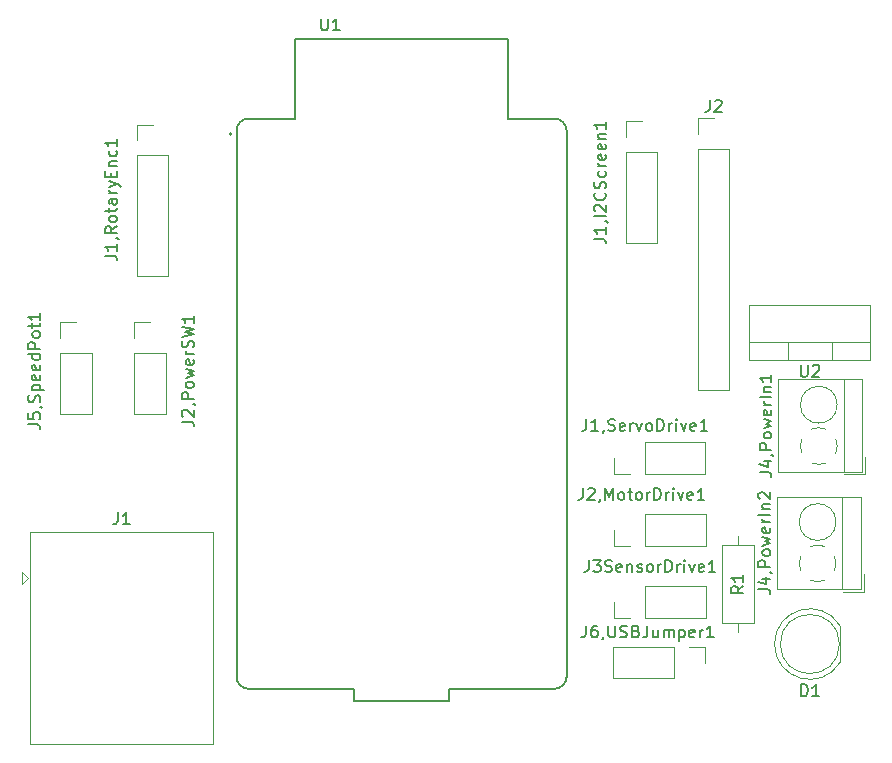
<source format=gbr>
%TF.GenerationSoftware,KiCad,Pcbnew,7.0.9*%
%TF.CreationDate,2024-05-07T23:03:20-04:00*%
%TF.ProjectId,Winder_V1,57696e64-6572-45f5-9631-2e6b69636164,rev?*%
%TF.SameCoordinates,Original*%
%TF.FileFunction,Legend,Top*%
%TF.FilePolarity,Positive*%
%FSLAX46Y46*%
G04 Gerber Fmt 4.6, Leading zero omitted, Abs format (unit mm)*
G04 Created by KiCad (PCBNEW 7.0.9) date 2024-05-07 23:03:20*
%MOMM*%
%LPD*%
G01*
G04 APERTURE LIST*
%ADD10C,0.150000*%
%ADD11C,0.120000*%
%ADD12C,0.127000*%
%ADD13C,0.200000*%
G04 APERTURE END LIST*
D10*
X160474819Y-83478666D02*
X159998628Y-83811999D01*
X160474819Y-84050094D02*
X159474819Y-84050094D01*
X159474819Y-84050094D02*
X159474819Y-83669142D01*
X159474819Y-83669142D02*
X159522438Y-83573904D01*
X159522438Y-83573904D02*
X159570057Y-83526285D01*
X159570057Y-83526285D02*
X159665295Y-83478666D01*
X159665295Y-83478666D02*
X159808152Y-83478666D01*
X159808152Y-83478666D02*
X159903390Y-83526285D01*
X159903390Y-83526285D02*
X159951009Y-83573904D01*
X159951009Y-83573904D02*
X159998628Y-83669142D01*
X159998628Y-83669142D02*
X159998628Y-84050094D01*
X160474819Y-82526285D02*
X160474819Y-83097713D01*
X160474819Y-82811999D02*
X159474819Y-82811999D01*
X159474819Y-82811999D02*
X159617676Y-82907237D01*
X159617676Y-82907237D02*
X159712914Y-83002475D01*
X159712914Y-83002475D02*
X159760533Y-83097713D01*
X147846819Y-54091714D02*
X148561104Y-54091714D01*
X148561104Y-54091714D02*
X148703961Y-54139333D01*
X148703961Y-54139333D02*
X148799200Y-54234571D01*
X148799200Y-54234571D02*
X148846819Y-54377428D01*
X148846819Y-54377428D02*
X148846819Y-54472666D01*
X148846819Y-53091714D02*
X148846819Y-53663142D01*
X148846819Y-53377428D02*
X147846819Y-53377428D01*
X147846819Y-53377428D02*
X147989676Y-53472666D01*
X147989676Y-53472666D02*
X148084914Y-53567904D01*
X148084914Y-53567904D02*
X148132533Y-53663142D01*
X148799200Y-52615523D02*
X148846819Y-52615523D01*
X148846819Y-52615523D02*
X148942057Y-52663142D01*
X148942057Y-52663142D02*
X148989676Y-52710761D01*
X148846819Y-52186952D02*
X147846819Y-52186952D01*
X147942057Y-51758381D02*
X147894438Y-51710762D01*
X147894438Y-51710762D02*
X147846819Y-51615524D01*
X147846819Y-51615524D02*
X147846819Y-51377429D01*
X147846819Y-51377429D02*
X147894438Y-51282191D01*
X147894438Y-51282191D02*
X147942057Y-51234572D01*
X147942057Y-51234572D02*
X148037295Y-51186953D01*
X148037295Y-51186953D02*
X148132533Y-51186953D01*
X148132533Y-51186953D02*
X148275390Y-51234572D01*
X148275390Y-51234572D02*
X148846819Y-51806000D01*
X148846819Y-51806000D02*
X148846819Y-51186953D01*
X148751580Y-50186953D02*
X148799200Y-50234572D01*
X148799200Y-50234572D02*
X148846819Y-50377429D01*
X148846819Y-50377429D02*
X148846819Y-50472667D01*
X148846819Y-50472667D02*
X148799200Y-50615524D01*
X148799200Y-50615524D02*
X148703961Y-50710762D01*
X148703961Y-50710762D02*
X148608723Y-50758381D01*
X148608723Y-50758381D02*
X148418247Y-50806000D01*
X148418247Y-50806000D02*
X148275390Y-50806000D01*
X148275390Y-50806000D02*
X148084914Y-50758381D01*
X148084914Y-50758381D02*
X147989676Y-50710762D01*
X147989676Y-50710762D02*
X147894438Y-50615524D01*
X147894438Y-50615524D02*
X147846819Y-50472667D01*
X147846819Y-50472667D02*
X147846819Y-50377429D01*
X147846819Y-50377429D02*
X147894438Y-50234572D01*
X147894438Y-50234572D02*
X147942057Y-50186953D01*
X148799200Y-49806000D02*
X148846819Y-49663143D01*
X148846819Y-49663143D02*
X148846819Y-49425048D01*
X148846819Y-49425048D02*
X148799200Y-49329810D01*
X148799200Y-49329810D02*
X148751580Y-49282191D01*
X148751580Y-49282191D02*
X148656342Y-49234572D01*
X148656342Y-49234572D02*
X148561104Y-49234572D01*
X148561104Y-49234572D02*
X148465866Y-49282191D01*
X148465866Y-49282191D02*
X148418247Y-49329810D01*
X148418247Y-49329810D02*
X148370628Y-49425048D01*
X148370628Y-49425048D02*
X148323009Y-49615524D01*
X148323009Y-49615524D02*
X148275390Y-49710762D01*
X148275390Y-49710762D02*
X148227771Y-49758381D01*
X148227771Y-49758381D02*
X148132533Y-49806000D01*
X148132533Y-49806000D02*
X148037295Y-49806000D01*
X148037295Y-49806000D02*
X147942057Y-49758381D01*
X147942057Y-49758381D02*
X147894438Y-49710762D01*
X147894438Y-49710762D02*
X147846819Y-49615524D01*
X147846819Y-49615524D02*
X147846819Y-49377429D01*
X147846819Y-49377429D02*
X147894438Y-49234572D01*
X148799200Y-48377429D02*
X148846819Y-48472667D01*
X148846819Y-48472667D02*
X148846819Y-48663143D01*
X148846819Y-48663143D02*
X148799200Y-48758381D01*
X148799200Y-48758381D02*
X148751580Y-48806000D01*
X148751580Y-48806000D02*
X148656342Y-48853619D01*
X148656342Y-48853619D02*
X148370628Y-48853619D01*
X148370628Y-48853619D02*
X148275390Y-48806000D01*
X148275390Y-48806000D02*
X148227771Y-48758381D01*
X148227771Y-48758381D02*
X148180152Y-48663143D01*
X148180152Y-48663143D02*
X148180152Y-48472667D01*
X148180152Y-48472667D02*
X148227771Y-48377429D01*
X148846819Y-47948857D02*
X148180152Y-47948857D01*
X148370628Y-47948857D02*
X148275390Y-47901238D01*
X148275390Y-47901238D02*
X148227771Y-47853619D01*
X148227771Y-47853619D02*
X148180152Y-47758381D01*
X148180152Y-47758381D02*
X148180152Y-47663143D01*
X148799200Y-46948857D02*
X148846819Y-47044095D01*
X148846819Y-47044095D02*
X148846819Y-47234571D01*
X148846819Y-47234571D02*
X148799200Y-47329809D01*
X148799200Y-47329809D02*
X148703961Y-47377428D01*
X148703961Y-47377428D02*
X148323009Y-47377428D01*
X148323009Y-47377428D02*
X148227771Y-47329809D01*
X148227771Y-47329809D02*
X148180152Y-47234571D01*
X148180152Y-47234571D02*
X148180152Y-47044095D01*
X148180152Y-47044095D02*
X148227771Y-46948857D01*
X148227771Y-46948857D02*
X148323009Y-46901238D01*
X148323009Y-46901238D02*
X148418247Y-46901238D01*
X148418247Y-46901238D02*
X148513485Y-47377428D01*
X148799200Y-46091714D02*
X148846819Y-46186952D01*
X148846819Y-46186952D02*
X148846819Y-46377428D01*
X148846819Y-46377428D02*
X148799200Y-46472666D01*
X148799200Y-46472666D02*
X148703961Y-46520285D01*
X148703961Y-46520285D02*
X148323009Y-46520285D01*
X148323009Y-46520285D02*
X148227771Y-46472666D01*
X148227771Y-46472666D02*
X148180152Y-46377428D01*
X148180152Y-46377428D02*
X148180152Y-46186952D01*
X148180152Y-46186952D02*
X148227771Y-46091714D01*
X148227771Y-46091714D02*
X148323009Y-46044095D01*
X148323009Y-46044095D02*
X148418247Y-46044095D01*
X148418247Y-46044095D02*
X148513485Y-46520285D01*
X148180152Y-45615523D02*
X148846819Y-45615523D01*
X148275390Y-45615523D02*
X148227771Y-45567904D01*
X148227771Y-45567904D02*
X148180152Y-45472666D01*
X148180152Y-45472666D02*
X148180152Y-45329809D01*
X148180152Y-45329809D02*
X148227771Y-45234571D01*
X148227771Y-45234571D02*
X148323009Y-45186952D01*
X148323009Y-45186952D02*
X148846819Y-45186952D01*
X148846819Y-44186952D02*
X148846819Y-44758380D01*
X148846819Y-44472666D02*
X147846819Y-44472666D01*
X147846819Y-44472666D02*
X147989676Y-44567904D01*
X147989676Y-44567904D02*
X148084914Y-44663142D01*
X148084914Y-44663142D02*
X148132533Y-44758380D01*
X147161904Y-86830819D02*
X147161904Y-87545104D01*
X147161904Y-87545104D02*
X147114285Y-87687961D01*
X147114285Y-87687961D02*
X147019047Y-87783200D01*
X147019047Y-87783200D02*
X146876190Y-87830819D01*
X146876190Y-87830819D02*
X146780952Y-87830819D01*
X148066666Y-86830819D02*
X147876190Y-86830819D01*
X147876190Y-86830819D02*
X147780952Y-86878438D01*
X147780952Y-86878438D02*
X147733333Y-86926057D01*
X147733333Y-86926057D02*
X147638095Y-87068914D01*
X147638095Y-87068914D02*
X147590476Y-87259390D01*
X147590476Y-87259390D02*
X147590476Y-87640342D01*
X147590476Y-87640342D02*
X147638095Y-87735580D01*
X147638095Y-87735580D02*
X147685714Y-87783200D01*
X147685714Y-87783200D02*
X147780952Y-87830819D01*
X147780952Y-87830819D02*
X147971428Y-87830819D01*
X147971428Y-87830819D02*
X148066666Y-87783200D01*
X148066666Y-87783200D02*
X148114285Y-87735580D01*
X148114285Y-87735580D02*
X148161904Y-87640342D01*
X148161904Y-87640342D02*
X148161904Y-87402247D01*
X148161904Y-87402247D02*
X148114285Y-87307009D01*
X148114285Y-87307009D02*
X148066666Y-87259390D01*
X148066666Y-87259390D02*
X147971428Y-87211771D01*
X147971428Y-87211771D02*
X147780952Y-87211771D01*
X147780952Y-87211771D02*
X147685714Y-87259390D01*
X147685714Y-87259390D02*
X147638095Y-87307009D01*
X147638095Y-87307009D02*
X147590476Y-87402247D01*
X148638095Y-87783200D02*
X148638095Y-87830819D01*
X148638095Y-87830819D02*
X148590476Y-87926057D01*
X148590476Y-87926057D02*
X148542857Y-87973676D01*
X149066666Y-86830819D02*
X149066666Y-87640342D01*
X149066666Y-87640342D02*
X149114285Y-87735580D01*
X149114285Y-87735580D02*
X149161904Y-87783200D01*
X149161904Y-87783200D02*
X149257142Y-87830819D01*
X149257142Y-87830819D02*
X149447618Y-87830819D01*
X149447618Y-87830819D02*
X149542856Y-87783200D01*
X149542856Y-87783200D02*
X149590475Y-87735580D01*
X149590475Y-87735580D02*
X149638094Y-87640342D01*
X149638094Y-87640342D02*
X149638094Y-86830819D01*
X150066666Y-87783200D02*
X150209523Y-87830819D01*
X150209523Y-87830819D02*
X150447618Y-87830819D01*
X150447618Y-87830819D02*
X150542856Y-87783200D01*
X150542856Y-87783200D02*
X150590475Y-87735580D01*
X150590475Y-87735580D02*
X150638094Y-87640342D01*
X150638094Y-87640342D02*
X150638094Y-87545104D01*
X150638094Y-87545104D02*
X150590475Y-87449866D01*
X150590475Y-87449866D02*
X150542856Y-87402247D01*
X150542856Y-87402247D02*
X150447618Y-87354628D01*
X150447618Y-87354628D02*
X150257142Y-87307009D01*
X150257142Y-87307009D02*
X150161904Y-87259390D01*
X150161904Y-87259390D02*
X150114285Y-87211771D01*
X150114285Y-87211771D02*
X150066666Y-87116533D01*
X150066666Y-87116533D02*
X150066666Y-87021295D01*
X150066666Y-87021295D02*
X150114285Y-86926057D01*
X150114285Y-86926057D02*
X150161904Y-86878438D01*
X150161904Y-86878438D02*
X150257142Y-86830819D01*
X150257142Y-86830819D02*
X150495237Y-86830819D01*
X150495237Y-86830819D02*
X150638094Y-86878438D01*
X151399999Y-87307009D02*
X151542856Y-87354628D01*
X151542856Y-87354628D02*
X151590475Y-87402247D01*
X151590475Y-87402247D02*
X151638094Y-87497485D01*
X151638094Y-87497485D02*
X151638094Y-87640342D01*
X151638094Y-87640342D02*
X151590475Y-87735580D01*
X151590475Y-87735580D02*
X151542856Y-87783200D01*
X151542856Y-87783200D02*
X151447618Y-87830819D01*
X151447618Y-87830819D02*
X151066666Y-87830819D01*
X151066666Y-87830819D02*
X151066666Y-86830819D01*
X151066666Y-86830819D02*
X151399999Y-86830819D01*
X151399999Y-86830819D02*
X151495237Y-86878438D01*
X151495237Y-86878438D02*
X151542856Y-86926057D01*
X151542856Y-86926057D02*
X151590475Y-87021295D01*
X151590475Y-87021295D02*
X151590475Y-87116533D01*
X151590475Y-87116533D02*
X151542856Y-87211771D01*
X151542856Y-87211771D02*
X151495237Y-87259390D01*
X151495237Y-87259390D02*
X151399999Y-87307009D01*
X151399999Y-87307009D02*
X151066666Y-87307009D01*
X152352380Y-86830819D02*
X152352380Y-87545104D01*
X152352380Y-87545104D02*
X152304761Y-87687961D01*
X152304761Y-87687961D02*
X152209523Y-87783200D01*
X152209523Y-87783200D02*
X152066666Y-87830819D01*
X152066666Y-87830819D02*
X151971428Y-87830819D01*
X153257142Y-87164152D02*
X153257142Y-87830819D01*
X152828571Y-87164152D02*
X152828571Y-87687961D01*
X152828571Y-87687961D02*
X152876190Y-87783200D01*
X152876190Y-87783200D02*
X152971428Y-87830819D01*
X152971428Y-87830819D02*
X153114285Y-87830819D01*
X153114285Y-87830819D02*
X153209523Y-87783200D01*
X153209523Y-87783200D02*
X153257142Y-87735580D01*
X153733333Y-87830819D02*
X153733333Y-87164152D01*
X153733333Y-87259390D02*
X153780952Y-87211771D01*
X153780952Y-87211771D02*
X153876190Y-87164152D01*
X153876190Y-87164152D02*
X154019047Y-87164152D01*
X154019047Y-87164152D02*
X154114285Y-87211771D01*
X154114285Y-87211771D02*
X154161904Y-87307009D01*
X154161904Y-87307009D02*
X154161904Y-87830819D01*
X154161904Y-87307009D02*
X154209523Y-87211771D01*
X154209523Y-87211771D02*
X154304761Y-87164152D01*
X154304761Y-87164152D02*
X154447618Y-87164152D01*
X154447618Y-87164152D02*
X154542857Y-87211771D01*
X154542857Y-87211771D02*
X154590476Y-87307009D01*
X154590476Y-87307009D02*
X154590476Y-87830819D01*
X155066666Y-87164152D02*
X155066666Y-88164152D01*
X155066666Y-87211771D02*
X155161904Y-87164152D01*
X155161904Y-87164152D02*
X155352380Y-87164152D01*
X155352380Y-87164152D02*
X155447618Y-87211771D01*
X155447618Y-87211771D02*
X155495237Y-87259390D01*
X155495237Y-87259390D02*
X155542856Y-87354628D01*
X155542856Y-87354628D02*
X155542856Y-87640342D01*
X155542856Y-87640342D02*
X155495237Y-87735580D01*
X155495237Y-87735580D02*
X155447618Y-87783200D01*
X155447618Y-87783200D02*
X155352380Y-87830819D01*
X155352380Y-87830819D02*
X155161904Y-87830819D01*
X155161904Y-87830819D02*
X155066666Y-87783200D01*
X156352380Y-87783200D02*
X156257142Y-87830819D01*
X156257142Y-87830819D02*
X156066666Y-87830819D01*
X156066666Y-87830819D02*
X155971428Y-87783200D01*
X155971428Y-87783200D02*
X155923809Y-87687961D01*
X155923809Y-87687961D02*
X155923809Y-87307009D01*
X155923809Y-87307009D02*
X155971428Y-87211771D01*
X155971428Y-87211771D02*
X156066666Y-87164152D01*
X156066666Y-87164152D02*
X156257142Y-87164152D01*
X156257142Y-87164152D02*
X156352380Y-87211771D01*
X156352380Y-87211771D02*
X156399999Y-87307009D01*
X156399999Y-87307009D02*
X156399999Y-87402247D01*
X156399999Y-87402247D02*
X155923809Y-87497485D01*
X156828571Y-87830819D02*
X156828571Y-87164152D01*
X156828571Y-87354628D02*
X156876190Y-87259390D01*
X156876190Y-87259390D02*
X156923809Y-87211771D01*
X156923809Y-87211771D02*
X157019047Y-87164152D01*
X157019047Y-87164152D02*
X157114285Y-87164152D01*
X157971428Y-87830819D02*
X157400000Y-87830819D01*
X157685714Y-87830819D02*
X157685714Y-86830819D01*
X157685714Y-86830819D02*
X157590476Y-86973676D01*
X157590476Y-86973676D02*
X157495238Y-87068914D01*
X157495238Y-87068914D02*
X157400000Y-87116533D01*
X165354095Y-64755819D02*
X165354095Y-65565342D01*
X165354095Y-65565342D02*
X165401714Y-65660580D01*
X165401714Y-65660580D02*
X165449333Y-65708200D01*
X165449333Y-65708200D02*
X165544571Y-65755819D01*
X165544571Y-65755819D02*
X165735047Y-65755819D01*
X165735047Y-65755819D02*
X165830285Y-65708200D01*
X165830285Y-65708200D02*
X165877904Y-65660580D01*
X165877904Y-65660580D02*
X165925523Y-65565342D01*
X165925523Y-65565342D02*
X165925523Y-64755819D01*
X166354095Y-64851057D02*
X166401714Y-64803438D01*
X166401714Y-64803438D02*
X166496952Y-64755819D01*
X166496952Y-64755819D02*
X166735047Y-64755819D01*
X166735047Y-64755819D02*
X166830285Y-64803438D01*
X166830285Y-64803438D02*
X166877904Y-64851057D01*
X166877904Y-64851057D02*
X166925523Y-64946295D01*
X166925523Y-64946295D02*
X166925523Y-65041533D01*
X166925523Y-65041533D02*
X166877904Y-65184390D01*
X166877904Y-65184390D02*
X166306476Y-65755819D01*
X166306476Y-65755819D02*
X166925523Y-65755819D01*
X124755595Y-35432319D02*
X124755595Y-36241842D01*
X124755595Y-36241842D02*
X124803214Y-36337080D01*
X124803214Y-36337080D02*
X124850833Y-36384700D01*
X124850833Y-36384700D02*
X124946071Y-36432319D01*
X124946071Y-36432319D02*
X125136547Y-36432319D01*
X125136547Y-36432319D02*
X125231785Y-36384700D01*
X125231785Y-36384700D02*
X125279404Y-36337080D01*
X125279404Y-36337080D02*
X125327023Y-36241842D01*
X125327023Y-36241842D02*
X125327023Y-35432319D01*
X126327023Y-36432319D02*
X125755595Y-36432319D01*
X126041309Y-36432319D02*
X126041309Y-35432319D01*
X126041309Y-35432319D02*
X125946071Y-35575176D01*
X125946071Y-35575176D02*
X125850833Y-35670414D01*
X125850833Y-35670414D02*
X125755595Y-35718033D01*
X165382905Y-92806819D02*
X165382905Y-91806819D01*
X165382905Y-91806819D02*
X165621000Y-91806819D01*
X165621000Y-91806819D02*
X165763857Y-91854438D01*
X165763857Y-91854438D02*
X165859095Y-91949676D01*
X165859095Y-91949676D02*
X165906714Y-92044914D01*
X165906714Y-92044914D02*
X165954333Y-92235390D01*
X165954333Y-92235390D02*
X165954333Y-92378247D01*
X165954333Y-92378247D02*
X165906714Y-92568723D01*
X165906714Y-92568723D02*
X165859095Y-92663961D01*
X165859095Y-92663961D02*
X165763857Y-92759200D01*
X165763857Y-92759200D02*
X165621000Y-92806819D01*
X165621000Y-92806819D02*
X165382905Y-92806819D01*
X166906714Y-92806819D02*
X166335286Y-92806819D01*
X166621000Y-92806819D02*
X166621000Y-91806819D01*
X166621000Y-91806819D02*
X166525762Y-91949676D01*
X166525762Y-91949676D02*
X166430524Y-92044914D01*
X166430524Y-92044914D02*
X166335286Y-92092533D01*
X157654666Y-42336819D02*
X157654666Y-43051104D01*
X157654666Y-43051104D02*
X157607047Y-43193961D01*
X157607047Y-43193961D02*
X157511809Y-43289200D01*
X157511809Y-43289200D02*
X157368952Y-43336819D01*
X157368952Y-43336819D02*
X157273714Y-43336819D01*
X158083238Y-42432057D02*
X158130857Y-42384438D01*
X158130857Y-42384438D02*
X158226095Y-42336819D01*
X158226095Y-42336819D02*
X158464190Y-42336819D01*
X158464190Y-42336819D02*
X158559428Y-42384438D01*
X158559428Y-42384438D02*
X158607047Y-42432057D01*
X158607047Y-42432057D02*
X158654666Y-42527295D01*
X158654666Y-42527295D02*
X158654666Y-42622533D01*
X158654666Y-42622533D02*
X158607047Y-42765390D01*
X158607047Y-42765390D02*
X158035619Y-43336819D01*
X158035619Y-43336819D02*
X158654666Y-43336819D01*
X107525166Y-77238819D02*
X107525166Y-77953104D01*
X107525166Y-77953104D02*
X107477547Y-78095961D01*
X107477547Y-78095961D02*
X107382309Y-78191200D01*
X107382309Y-78191200D02*
X107239452Y-78238819D01*
X107239452Y-78238819D02*
X107144214Y-78238819D01*
X108525166Y-78238819D02*
X107953738Y-78238819D01*
X108239452Y-78238819D02*
X108239452Y-77238819D01*
X108239452Y-77238819D02*
X108144214Y-77381676D01*
X108144214Y-77381676D02*
X108048976Y-77476914D01*
X108048976Y-77476914D02*
X107953738Y-77524533D01*
X161772819Y-83764380D02*
X162487104Y-83764380D01*
X162487104Y-83764380D02*
X162629961Y-83811999D01*
X162629961Y-83811999D02*
X162725200Y-83907237D01*
X162725200Y-83907237D02*
X162772819Y-84050094D01*
X162772819Y-84050094D02*
X162772819Y-84145332D01*
X162106152Y-82859618D02*
X162772819Y-82859618D01*
X161725200Y-83097713D02*
X162439485Y-83335808D01*
X162439485Y-83335808D02*
X162439485Y-82716761D01*
X162725200Y-82288189D02*
X162772819Y-82288189D01*
X162772819Y-82288189D02*
X162868057Y-82335808D01*
X162868057Y-82335808D02*
X162915676Y-82383427D01*
X162772819Y-81859618D02*
X161772819Y-81859618D01*
X161772819Y-81859618D02*
X161772819Y-81478666D01*
X161772819Y-81478666D02*
X161820438Y-81383428D01*
X161820438Y-81383428D02*
X161868057Y-81335809D01*
X161868057Y-81335809D02*
X161963295Y-81288190D01*
X161963295Y-81288190D02*
X162106152Y-81288190D01*
X162106152Y-81288190D02*
X162201390Y-81335809D01*
X162201390Y-81335809D02*
X162249009Y-81383428D01*
X162249009Y-81383428D02*
X162296628Y-81478666D01*
X162296628Y-81478666D02*
X162296628Y-81859618D01*
X162772819Y-80716761D02*
X162725200Y-80811999D01*
X162725200Y-80811999D02*
X162677580Y-80859618D01*
X162677580Y-80859618D02*
X162582342Y-80907237D01*
X162582342Y-80907237D02*
X162296628Y-80907237D01*
X162296628Y-80907237D02*
X162201390Y-80859618D01*
X162201390Y-80859618D02*
X162153771Y-80811999D01*
X162153771Y-80811999D02*
X162106152Y-80716761D01*
X162106152Y-80716761D02*
X162106152Y-80573904D01*
X162106152Y-80573904D02*
X162153771Y-80478666D01*
X162153771Y-80478666D02*
X162201390Y-80431047D01*
X162201390Y-80431047D02*
X162296628Y-80383428D01*
X162296628Y-80383428D02*
X162582342Y-80383428D01*
X162582342Y-80383428D02*
X162677580Y-80431047D01*
X162677580Y-80431047D02*
X162725200Y-80478666D01*
X162725200Y-80478666D02*
X162772819Y-80573904D01*
X162772819Y-80573904D02*
X162772819Y-80716761D01*
X162106152Y-80050094D02*
X162772819Y-79859618D01*
X162772819Y-79859618D02*
X162296628Y-79669142D01*
X162296628Y-79669142D02*
X162772819Y-79478666D01*
X162772819Y-79478666D02*
X162106152Y-79288190D01*
X162725200Y-78526285D02*
X162772819Y-78621523D01*
X162772819Y-78621523D02*
X162772819Y-78811999D01*
X162772819Y-78811999D02*
X162725200Y-78907237D01*
X162725200Y-78907237D02*
X162629961Y-78954856D01*
X162629961Y-78954856D02*
X162249009Y-78954856D01*
X162249009Y-78954856D02*
X162153771Y-78907237D01*
X162153771Y-78907237D02*
X162106152Y-78811999D01*
X162106152Y-78811999D02*
X162106152Y-78621523D01*
X162106152Y-78621523D02*
X162153771Y-78526285D01*
X162153771Y-78526285D02*
X162249009Y-78478666D01*
X162249009Y-78478666D02*
X162344247Y-78478666D01*
X162344247Y-78478666D02*
X162439485Y-78954856D01*
X162772819Y-78050094D02*
X162106152Y-78050094D01*
X162296628Y-78050094D02*
X162201390Y-78002475D01*
X162201390Y-78002475D02*
X162153771Y-77954856D01*
X162153771Y-77954856D02*
X162106152Y-77859618D01*
X162106152Y-77859618D02*
X162106152Y-77764380D01*
X162772819Y-77431046D02*
X161772819Y-77431046D01*
X162106152Y-76954856D02*
X162772819Y-76954856D01*
X162201390Y-76954856D02*
X162153771Y-76907237D01*
X162153771Y-76907237D02*
X162106152Y-76811999D01*
X162106152Y-76811999D02*
X162106152Y-76669142D01*
X162106152Y-76669142D02*
X162153771Y-76573904D01*
X162153771Y-76573904D02*
X162249009Y-76526285D01*
X162249009Y-76526285D02*
X162772819Y-76526285D01*
X161868057Y-76097713D02*
X161820438Y-76050094D01*
X161820438Y-76050094D02*
X161772819Y-75954856D01*
X161772819Y-75954856D02*
X161772819Y-75716761D01*
X161772819Y-75716761D02*
X161820438Y-75621523D01*
X161820438Y-75621523D02*
X161868057Y-75573904D01*
X161868057Y-75573904D02*
X161963295Y-75526285D01*
X161963295Y-75526285D02*
X162058533Y-75526285D01*
X162058533Y-75526285D02*
X162201390Y-75573904D01*
X162201390Y-75573904D02*
X162772819Y-76145332D01*
X162772819Y-76145332D02*
X162772819Y-75526285D01*
X99954819Y-69773809D02*
X100669104Y-69773809D01*
X100669104Y-69773809D02*
X100811961Y-69821428D01*
X100811961Y-69821428D02*
X100907200Y-69916666D01*
X100907200Y-69916666D02*
X100954819Y-70059523D01*
X100954819Y-70059523D02*
X100954819Y-70154761D01*
X99954819Y-68821428D02*
X99954819Y-69297618D01*
X99954819Y-69297618D02*
X100431009Y-69345237D01*
X100431009Y-69345237D02*
X100383390Y-69297618D01*
X100383390Y-69297618D02*
X100335771Y-69202380D01*
X100335771Y-69202380D02*
X100335771Y-68964285D01*
X100335771Y-68964285D02*
X100383390Y-68869047D01*
X100383390Y-68869047D02*
X100431009Y-68821428D01*
X100431009Y-68821428D02*
X100526247Y-68773809D01*
X100526247Y-68773809D02*
X100764342Y-68773809D01*
X100764342Y-68773809D02*
X100859580Y-68821428D01*
X100859580Y-68821428D02*
X100907200Y-68869047D01*
X100907200Y-68869047D02*
X100954819Y-68964285D01*
X100954819Y-68964285D02*
X100954819Y-69202380D01*
X100954819Y-69202380D02*
X100907200Y-69297618D01*
X100907200Y-69297618D02*
X100859580Y-69345237D01*
X100907200Y-68297618D02*
X100954819Y-68297618D01*
X100954819Y-68297618D02*
X101050057Y-68345237D01*
X101050057Y-68345237D02*
X101097676Y-68392856D01*
X100907200Y-67916666D02*
X100954819Y-67773809D01*
X100954819Y-67773809D02*
X100954819Y-67535714D01*
X100954819Y-67535714D02*
X100907200Y-67440476D01*
X100907200Y-67440476D02*
X100859580Y-67392857D01*
X100859580Y-67392857D02*
X100764342Y-67345238D01*
X100764342Y-67345238D02*
X100669104Y-67345238D01*
X100669104Y-67345238D02*
X100573866Y-67392857D01*
X100573866Y-67392857D02*
X100526247Y-67440476D01*
X100526247Y-67440476D02*
X100478628Y-67535714D01*
X100478628Y-67535714D02*
X100431009Y-67726190D01*
X100431009Y-67726190D02*
X100383390Y-67821428D01*
X100383390Y-67821428D02*
X100335771Y-67869047D01*
X100335771Y-67869047D02*
X100240533Y-67916666D01*
X100240533Y-67916666D02*
X100145295Y-67916666D01*
X100145295Y-67916666D02*
X100050057Y-67869047D01*
X100050057Y-67869047D02*
X100002438Y-67821428D01*
X100002438Y-67821428D02*
X99954819Y-67726190D01*
X99954819Y-67726190D02*
X99954819Y-67488095D01*
X99954819Y-67488095D02*
X100002438Y-67345238D01*
X100288152Y-66916666D02*
X101288152Y-66916666D01*
X100335771Y-66916666D02*
X100288152Y-66821428D01*
X100288152Y-66821428D02*
X100288152Y-66630952D01*
X100288152Y-66630952D02*
X100335771Y-66535714D01*
X100335771Y-66535714D02*
X100383390Y-66488095D01*
X100383390Y-66488095D02*
X100478628Y-66440476D01*
X100478628Y-66440476D02*
X100764342Y-66440476D01*
X100764342Y-66440476D02*
X100859580Y-66488095D01*
X100859580Y-66488095D02*
X100907200Y-66535714D01*
X100907200Y-66535714D02*
X100954819Y-66630952D01*
X100954819Y-66630952D02*
X100954819Y-66821428D01*
X100954819Y-66821428D02*
X100907200Y-66916666D01*
X100907200Y-65630952D02*
X100954819Y-65726190D01*
X100954819Y-65726190D02*
X100954819Y-65916666D01*
X100954819Y-65916666D02*
X100907200Y-66011904D01*
X100907200Y-66011904D02*
X100811961Y-66059523D01*
X100811961Y-66059523D02*
X100431009Y-66059523D01*
X100431009Y-66059523D02*
X100335771Y-66011904D01*
X100335771Y-66011904D02*
X100288152Y-65916666D01*
X100288152Y-65916666D02*
X100288152Y-65726190D01*
X100288152Y-65726190D02*
X100335771Y-65630952D01*
X100335771Y-65630952D02*
X100431009Y-65583333D01*
X100431009Y-65583333D02*
X100526247Y-65583333D01*
X100526247Y-65583333D02*
X100621485Y-66059523D01*
X100907200Y-64773809D02*
X100954819Y-64869047D01*
X100954819Y-64869047D02*
X100954819Y-65059523D01*
X100954819Y-65059523D02*
X100907200Y-65154761D01*
X100907200Y-65154761D02*
X100811961Y-65202380D01*
X100811961Y-65202380D02*
X100431009Y-65202380D01*
X100431009Y-65202380D02*
X100335771Y-65154761D01*
X100335771Y-65154761D02*
X100288152Y-65059523D01*
X100288152Y-65059523D02*
X100288152Y-64869047D01*
X100288152Y-64869047D02*
X100335771Y-64773809D01*
X100335771Y-64773809D02*
X100431009Y-64726190D01*
X100431009Y-64726190D02*
X100526247Y-64726190D01*
X100526247Y-64726190D02*
X100621485Y-65202380D01*
X100954819Y-63869047D02*
X99954819Y-63869047D01*
X100907200Y-63869047D02*
X100954819Y-63964285D01*
X100954819Y-63964285D02*
X100954819Y-64154761D01*
X100954819Y-64154761D02*
X100907200Y-64249999D01*
X100907200Y-64249999D02*
X100859580Y-64297618D01*
X100859580Y-64297618D02*
X100764342Y-64345237D01*
X100764342Y-64345237D02*
X100478628Y-64345237D01*
X100478628Y-64345237D02*
X100383390Y-64297618D01*
X100383390Y-64297618D02*
X100335771Y-64249999D01*
X100335771Y-64249999D02*
X100288152Y-64154761D01*
X100288152Y-64154761D02*
X100288152Y-63964285D01*
X100288152Y-63964285D02*
X100335771Y-63869047D01*
X100954819Y-63392856D02*
X99954819Y-63392856D01*
X99954819Y-63392856D02*
X99954819Y-63011904D01*
X99954819Y-63011904D02*
X100002438Y-62916666D01*
X100002438Y-62916666D02*
X100050057Y-62869047D01*
X100050057Y-62869047D02*
X100145295Y-62821428D01*
X100145295Y-62821428D02*
X100288152Y-62821428D01*
X100288152Y-62821428D02*
X100383390Y-62869047D01*
X100383390Y-62869047D02*
X100431009Y-62916666D01*
X100431009Y-62916666D02*
X100478628Y-63011904D01*
X100478628Y-63011904D02*
X100478628Y-63392856D01*
X100954819Y-62249999D02*
X100907200Y-62345237D01*
X100907200Y-62345237D02*
X100859580Y-62392856D01*
X100859580Y-62392856D02*
X100764342Y-62440475D01*
X100764342Y-62440475D02*
X100478628Y-62440475D01*
X100478628Y-62440475D02*
X100383390Y-62392856D01*
X100383390Y-62392856D02*
X100335771Y-62345237D01*
X100335771Y-62345237D02*
X100288152Y-62249999D01*
X100288152Y-62249999D02*
X100288152Y-62107142D01*
X100288152Y-62107142D02*
X100335771Y-62011904D01*
X100335771Y-62011904D02*
X100383390Y-61964285D01*
X100383390Y-61964285D02*
X100478628Y-61916666D01*
X100478628Y-61916666D02*
X100764342Y-61916666D01*
X100764342Y-61916666D02*
X100859580Y-61964285D01*
X100859580Y-61964285D02*
X100907200Y-62011904D01*
X100907200Y-62011904D02*
X100954819Y-62107142D01*
X100954819Y-62107142D02*
X100954819Y-62249999D01*
X100288152Y-61630951D02*
X100288152Y-61249999D01*
X99954819Y-61488094D02*
X100811961Y-61488094D01*
X100811961Y-61488094D02*
X100907200Y-61440475D01*
X100907200Y-61440475D02*
X100954819Y-61345237D01*
X100954819Y-61345237D02*
X100954819Y-61249999D01*
X100954819Y-60392856D02*
X100954819Y-60964284D01*
X100954819Y-60678570D02*
X99954819Y-60678570D01*
X99954819Y-60678570D02*
X100097676Y-60773808D01*
X100097676Y-60773808D02*
X100192914Y-60869046D01*
X100192914Y-60869046D02*
X100240533Y-60964284D01*
X161872819Y-73830380D02*
X162587104Y-73830380D01*
X162587104Y-73830380D02*
X162729961Y-73877999D01*
X162729961Y-73877999D02*
X162825200Y-73973237D01*
X162825200Y-73973237D02*
X162872819Y-74116094D01*
X162872819Y-74116094D02*
X162872819Y-74211332D01*
X162206152Y-72925618D02*
X162872819Y-72925618D01*
X161825200Y-73163713D02*
X162539485Y-73401808D01*
X162539485Y-73401808D02*
X162539485Y-72782761D01*
X162825200Y-72354189D02*
X162872819Y-72354189D01*
X162872819Y-72354189D02*
X162968057Y-72401808D01*
X162968057Y-72401808D02*
X163015676Y-72449427D01*
X162872819Y-71925618D02*
X161872819Y-71925618D01*
X161872819Y-71925618D02*
X161872819Y-71544666D01*
X161872819Y-71544666D02*
X161920438Y-71449428D01*
X161920438Y-71449428D02*
X161968057Y-71401809D01*
X161968057Y-71401809D02*
X162063295Y-71354190D01*
X162063295Y-71354190D02*
X162206152Y-71354190D01*
X162206152Y-71354190D02*
X162301390Y-71401809D01*
X162301390Y-71401809D02*
X162349009Y-71449428D01*
X162349009Y-71449428D02*
X162396628Y-71544666D01*
X162396628Y-71544666D02*
X162396628Y-71925618D01*
X162872819Y-70782761D02*
X162825200Y-70877999D01*
X162825200Y-70877999D02*
X162777580Y-70925618D01*
X162777580Y-70925618D02*
X162682342Y-70973237D01*
X162682342Y-70973237D02*
X162396628Y-70973237D01*
X162396628Y-70973237D02*
X162301390Y-70925618D01*
X162301390Y-70925618D02*
X162253771Y-70877999D01*
X162253771Y-70877999D02*
X162206152Y-70782761D01*
X162206152Y-70782761D02*
X162206152Y-70639904D01*
X162206152Y-70639904D02*
X162253771Y-70544666D01*
X162253771Y-70544666D02*
X162301390Y-70497047D01*
X162301390Y-70497047D02*
X162396628Y-70449428D01*
X162396628Y-70449428D02*
X162682342Y-70449428D01*
X162682342Y-70449428D02*
X162777580Y-70497047D01*
X162777580Y-70497047D02*
X162825200Y-70544666D01*
X162825200Y-70544666D02*
X162872819Y-70639904D01*
X162872819Y-70639904D02*
X162872819Y-70782761D01*
X162206152Y-70116094D02*
X162872819Y-69925618D01*
X162872819Y-69925618D02*
X162396628Y-69735142D01*
X162396628Y-69735142D02*
X162872819Y-69544666D01*
X162872819Y-69544666D02*
X162206152Y-69354190D01*
X162825200Y-68592285D02*
X162872819Y-68687523D01*
X162872819Y-68687523D02*
X162872819Y-68877999D01*
X162872819Y-68877999D02*
X162825200Y-68973237D01*
X162825200Y-68973237D02*
X162729961Y-69020856D01*
X162729961Y-69020856D02*
X162349009Y-69020856D01*
X162349009Y-69020856D02*
X162253771Y-68973237D01*
X162253771Y-68973237D02*
X162206152Y-68877999D01*
X162206152Y-68877999D02*
X162206152Y-68687523D01*
X162206152Y-68687523D02*
X162253771Y-68592285D01*
X162253771Y-68592285D02*
X162349009Y-68544666D01*
X162349009Y-68544666D02*
X162444247Y-68544666D01*
X162444247Y-68544666D02*
X162539485Y-69020856D01*
X162872819Y-68116094D02*
X162206152Y-68116094D01*
X162396628Y-68116094D02*
X162301390Y-68068475D01*
X162301390Y-68068475D02*
X162253771Y-68020856D01*
X162253771Y-68020856D02*
X162206152Y-67925618D01*
X162206152Y-67925618D02*
X162206152Y-67830380D01*
X162872819Y-67497046D02*
X161872819Y-67497046D01*
X162206152Y-67020856D02*
X162872819Y-67020856D01*
X162301390Y-67020856D02*
X162253771Y-66973237D01*
X162253771Y-66973237D02*
X162206152Y-66877999D01*
X162206152Y-66877999D02*
X162206152Y-66735142D01*
X162206152Y-66735142D02*
X162253771Y-66639904D01*
X162253771Y-66639904D02*
X162349009Y-66592285D01*
X162349009Y-66592285D02*
X162872819Y-66592285D01*
X162872819Y-65592285D02*
X162872819Y-66163713D01*
X162872819Y-65877999D02*
X161872819Y-65877999D01*
X161872819Y-65877999D02*
X162015676Y-65973237D01*
X162015676Y-65973237D02*
X162110914Y-66068475D01*
X162110914Y-66068475D02*
X162158533Y-66163713D01*
X112954819Y-69559523D02*
X113669104Y-69559523D01*
X113669104Y-69559523D02*
X113811961Y-69607142D01*
X113811961Y-69607142D02*
X113907200Y-69702380D01*
X113907200Y-69702380D02*
X113954819Y-69845237D01*
X113954819Y-69845237D02*
X113954819Y-69940475D01*
X113050057Y-69130951D02*
X113002438Y-69083332D01*
X113002438Y-69083332D02*
X112954819Y-68988094D01*
X112954819Y-68988094D02*
X112954819Y-68749999D01*
X112954819Y-68749999D02*
X113002438Y-68654761D01*
X113002438Y-68654761D02*
X113050057Y-68607142D01*
X113050057Y-68607142D02*
X113145295Y-68559523D01*
X113145295Y-68559523D02*
X113240533Y-68559523D01*
X113240533Y-68559523D02*
X113383390Y-68607142D01*
X113383390Y-68607142D02*
X113954819Y-69178570D01*
X113954819Y-69178570D02*
X113954819Y-68559523D01*
X113907200Y-68083332D02*
X113954819Y-68083332D01*
X113954819Y-68083332D02*
X114050057Y-68130951D01*
X114050057Y-68130951D02*
X114097676Y-68178570D01*
X113954819Y-67654761D02*
X112954819Y-67654761D01*
X112954819Y-67654761D02*
X112954819Y-67273809D01*
X112954819Y-67273809D02*
X113002438Y-67178571D01*
X113002438Y-67178571D02*
X113050057Y-67130952D01*
X113050057Y-67130952D02*
X113145295Y-67083333D01*
X113145295Y-67083333D02*
X113288152Y-67083333D01*
X113288152Y-67083333D02*
X113383390Y-67130952D01*
X113383390Y-67130952D02*
X113431009Y-67178571D01*
X113431009Y-67178571D02*
X113478628Y-67273809D01*
X113478628Y-67273809D02*
X113478628Y-67654761D01*
X113954819Y-66511904D02*
X113907200Y-66607142D01*
X113907200Y-66607142D02*
X113859580Y-66654761D01*
X113859580Y-66654761D02*
X113764342Y-66702380D01*
X113764342Y-66702380D02*
X113478628Y-66702380D01*
X113478628Y-66702380D02*
X113383390Y-66654761D01*
X113383390Y-66654761D02*
X113335771Y-66607142D01*
X113335771Y-66607142D02*
X113288152Y-66511904D01*
X113288152Y-66511904D02*
X113288152Y-66369047D01*
X113288152Y-66369047D02*
X113335771Y-66273809D01*
X113335771Y-66273809D02*
X113383390Y-66226190D01*
X113383390Y-66226190D02*
X113478628Y-66178571D01*
X113478628Y-66178571D02*
X113764342Y-66178571D01*
X113764342Y-66178571D02*
X113859580Y-66226190D01*
X113859580Y-66226190D02*
X113907200Y-66273809D01*
X113907200Y-66273809D02*
X113954819Y-66369047D01*
X113954819Y-66369047D02*
X113954819Y-66511904D01*
X113288152Y-65845237D02*
X113954819Y-65654761D01*
X113954819Y-65654761D02*
X113478628Y-65464285D01*
X113478628Y-65464285D02*
X113954819Y-65273809D01*
X113954819Y-65273809D02*
X113288152Y-65083333D01*
X113907200Y-64321428D02*
X113954819Y-64416666D01*
X113954819Y-64416666D02*
X113954819Y-64607142D01*
X113954819Y-64607142D02*
X113907200Y-64702380D01*
X113907200Y-64702380D02*
X113811961Y-64749999D01*
X113811961Y-64749999D02*
X113431009Y-64749999D01*
X113431009Y-64749999D02*
X113335771Y-64702380D01*
X113335771Y-64702380D02*
X113288152Y-64607142D01*
X113288152Y-64607142D02*
X113288152Y-64416666D01*
X113288152Y-64416666D02*
X113335771Y-64321428D01*
X113335771Y-64321428D02*
X113431009Y-64273809D01*
X113431009Y-64273809D02*
X113526247Y-64273809D01*
X113526247Y-64273809D02*
X113621485Y-64749999D01*
X113954819Y-63845237D02*
X113288152Y-63845237D01*
X113478628Y-63845237D02*
X113383390Y-63797618D01*
X113383390Y-63797618D02*
X113335771Y-63749999D01*
X113335771Y-63749999D02*
X113288152Y-63654761D01*
X113288152Y-63654761D02*
X113288152Y-63559523D01*
X113907200Y-63273808D02*
X113954819Y-63130951D01*
X113954819Y-63130951D02*
X113954819Y-62892856D01*
X113954819Y-62892856D02*
X113907200Y-62797618D01*
X113907200Y-62797618D02*
X113859580Y-62749999D01*
X113859580Y-62749999D02*
X113764342Y-62702380D01*
X113764342Y-62702380D02*
X113669104Y-62702380D01*
X113669104Y-62702380D02*
X113573866Y-62749999D01*
X113573866Y-62749999D02*
X113526247Y-62797618D01*
X113526247Y-62797618D02*
X113478628Y-62892856D01*
X113478628Y-62892856D02*
X113431009Y-63083332D01*
X113431009Y-63083332D02*
X113383390Y-63178570D01*
X113383390Y-63178570D02*
X113335771Y-63226189D01*
X113335771Y-63226189D02*
X113240533Y-63273808D01*
X113240533Y-63273808D02*
X113145295Y-63273808D01*
X113145295Y-63273808D02*
X113050057Y-63226189D01*
X113050057Y-63226189D02*
X113002438Y-63178570D01*
X113002438Y-63178570D02*
X112954819Y-63083332D01*
X112954819Y-63083332D02*
X112954819Y-62845237D01*
X112954819Y-62845237D02*
X113002438Y-62702380D01*
X112954819Y-62369046D02*
X113954819Y-62130951D01*
X113954819Y-62130951D02*
X113240533Y-61940475D01*
X113240533Y-61940475D02*
X113954819Y-61749999D01*
X113954819Y-61749999D02*
X112954819Y-61511904D01*
X113954819Y-60607142D02*
X113954819Y-61178570D01*
X113954819Y-60892856D02*
X112954819Y-60892856D01*
X112954819Y-60892856D02*
X113097676Y-60988094D01*
X113097676Y-60988094D02*
X113192914Y-61083332D01*
X113192914Y-61083332D02*
X113240533Y-61178570D01*
X147198618Y-69348819D02*
X147198618Y-70063104D01*
X147198618Y-70063104D02*
X147150999Y-70205961D01*
X147150999Y-70205961D02*
X147055761Y-70301200D01*
X147055761Y-70301200D02*
X146912904Y-70348819D01*
X146912904Y-70348819D02*
X146817666Y-70348819D01*
X148198618Y-70348819D02*
X147627190Y-70348819D01*
X147912904Y-70348819D02*
X147912904Y-69348819D01*
X147912904Y-69348819D02*
X147817666Y-69491676D01*
X147817666Y-69491676D02*
X147722428Y-69586914D01*
X147722428Y-69586914D02*
X147627190Y-69634533D01*
X148674809Y-70301200D02*
X148674809Y-70348819D01*
X148674809Y-70348819D02*
X148627190Y-70444057D01*
X148627190Y-70444057D02*
X148579571Y-70491676D01*
X149055761Y-70301200D02*
X149198618Y-70348819D01*
X149198618Y-70348819D02*
X149436713Y-70348819D01*
X149436713Y-70348819D02*
X149531951Y-70301200D01*
X149531951Y-70301200D02*
X149579570Y-70253580D01*
X149579570Y-70253580D02*
X149627189Y-70158342D01*
X149627189Y-70158342D02*
X149627189Y-70063104D01*
X149627189Y-70063104D02*
X149579570Y-69967866D01*
X149579570Y-69967866D02*
X149531951Y-69920247D01*
X149531951Y-69920247D02*
X149436713Y-69872628D01*
X149436713Y-69872628D02*
X149246237Y-69825009D01*
X149246237Y-69825009D02*
X149150999Y-69777390D01*
X149150999Y-69777390D02*
X149103380Y-69729771D01*
X149103380Y-69729771D02*
X149055761Y-69634533D01*
X149055761Y-69634533D02*
X149055761Y-69539295D01*
X149055761Y-69539295D02*
X149103380Y-69444057D01*
X149103380Y-69444057D02*
X149150999Y-69396438D01*
X149150999Y-69396438D02*
X149246237Y-69348819D01*
X149246237Y-69348819D02*
X149484332Y-69348819D01*
X149484332Y-69348819D02*
X149627189Y-69396438D01*
X150436713Y-70301200D02*
X150341475Y-70348819D01*
X150341475Y-70348819D02*
X150150999Y-70348819D01*
X150150999Y-70348819D02*
X150055761Y-70301200D01*
X150055761Y-70301200D02*
X150008142Y-70205961D01*
X150008142Y-70205961D02*
X150008142Y-69825009D01*
X150008142Y-69825009D02*
X150055761Y-69729771D01*
X150055761Y-69729771D02*
X150150999Y-69682152D01*
X150150999Y-69682152D02*
X150341475Y-69682152D01*
X150341475Y-69682152D02*
X150436713Y-69729771D01*
X150436713Y-69729771D02*
X150484332Y-69825009D01*
X150484332Y-69825009D02*
X150484332Y-69920247D01*
X150484332Y-69920247D02*
X150008142Y-70015485D01*
X150912904Y-70348819D02*
X150912904Y-69682152D01*
X150912904Y-69872628D02*
X150960523Y-69777390D01*
X150960523Y-69777390D02*
X151008142Y-69729771D01*
X151008142Y-69729771D02*
X151103380Y-69682152D01*
X151103380Y-69682152D02*
X151198618Y-69682152D01*
X151436714Y-69682152D02*
X151674809Y-70348819D01*
X151674809Y-70348819D02*
X151912904Y-69682152D01*
X152436714Y-70348819D02*
X152341476Y-70301200D01*
X152341476Y-70301200D02*
X152293857Y-70253580D01*
X152293857Y-70253580D02*
X152246238Y-70158342D01*
X152246238Y-70158342D02*
X152246238Y-69872628D01*
X152246238Y-69872628D02*
X152293857Y-69777390D01*
X152293857Y-69777390D02*
X152341476Y-69729771D01*
X152341476Y-69729771D02*
X152436714Y-69682152D01*
X152436714Y-69682152D02*
X152579571Y-69682152D01*
X152579571Y-69682152D02*
X152674809Y-69729771D01*
X152674809Y-69729771D02*
X152722428Y-69777390D01*
X152722428Y-69777390D02*
X152770047Y-69872628D01*
X152770047Y-69872628D02*
X152770047Y-70158342D01*
X152770047Y-70158342D02*
X152722428Y-70253580D01*
X152722428Y-70253580D02*
X152674809Y-70301200D01*
X152674809Y-70301200D02*
X152579571Y-70348819D01*
X152579571Y-70348819D02*
X152436714Y-70348819D01*
X153198619Y-70348819D02*
X153198619Y-69348819D01*
X153198619Y-69348819D02*
X153436714Y-69348819D01*
X153436714Y-69348819D02*
X153579571Y-69396438D01*
X153579571Y-69396438D02*
X153674809Y-69491676D01*
X153674809Y-69491676D02*
X153722428Y-69586914D01*
X153722428Y-69586914D02*
X153770047Y-69777390D01*
X153770047Y-69777390D02*
X153770047Y-69920247D01*
X153770047Y-69920247D02*
X153722428Y-70110723D01*
X153722428Y-70110723D02*
X153674809Y-70205961D01*
X153674809Y-70205961D02*
X153579571Y-70301200D01*
X153579571Y-70301200D02*
X153436714Y-70348819D01*
X153436714Y-70348819D02*
X153198619Y-70348819D01*
X154198619Y-70348819D02*
X154198619Y-69682152D01*
X154198619Y-69872628D02*
X154246238Y-69777390D01*
X154246238Y-69777390D02*
X154293857Y-69729771D01*
X154293857Y-69729771D02*
X154389095Y-69682152D01*
X154389095Y-69682152D02*
X154484333Y-69682152D01*
X154817667Y-70348819D02*
X154817667Y-69682152D01*
X154817667Y-69348819D02*
X154770048Y-69396438D01*
X154770048Y-69396438D02*
X154817667Y-69444057D01*
X154817667Y-69444057D02*
X154865286Y-69396438D01*
X154865286Y-69396438D02*
X154817667Y-69348819D01*
X154817667Y-69348819D02*
X154817667Y-69444057D01*
X155198619Y-69682152D02*
X155436714Y-70348819D01*
X155436714Y-70348819D02*
X155674809Y-69682152D01*
X156436714Y-70301200D02*
X156341476Y-70348819D01*
X156341476Y-70348819D02*
X156151000Y-70348819D01*
X156151000Y-70348819D02*
X156055762Y-70301200D01*
X156055762Y-70301200D02*
X156008143Y-70205961D01*
X156008143Y-70205961D02*
X156008143Y-69825009D01*
X156008143Y-69825009D02*
X156055762Y-69729771D01*
X156055762Y-69729771D02*
X156151000Y-69682152D01*
X156151000Y-69682152D02*
X156341476Y-69682152D01*
X156341476Y-69682152D02*
X156436714Y-69729771D01*
X156436714Y-69729771D02*
X156484333Y-69825009D01*
X156484333Y-69825009D02*
X156484333Y-69920247D01*
X156484333Y-69920247D02*
X156008143Y-70015485D01*
X157436714Y-70348819D02*
X156865286Y-70348819D01*
X157151000Y-70348819D02*
X157151000Y-69348819D01*
X157151000Y-69348819D02*
X157055762Y-69491676D01*
X157055762Y-69491676D02*
X156960524Y-69586914D01*
X156960524Y-69586914D02*
X156865286Y-69634533D01*
X106444819Y-55511905D02*
X107159104Y-55511905D01*
X107159104Y-55511905D02*
X107301961Y-55559524D01*
X107301961Y-55559524D02*
X107397200Y-55654762D01*
X107397200Y-55654762D02*
X107444819Y-55797619D01*
X107444819Y-55797619D02*
X107444819Y-55892857D01*
X107444819Y-54511905D02*
X107444819Y-55083333D01*
X107444819Y-54797619D02*
X106444819Y-54797619D01*
X106444819Y-54797619D02*
X106587676Y-54892857D01*
X106587676Y-54892857D02*
X106682914Y-54988095D01*
X106682914Y-54988095D02*
X106730533Y-55083333D01*
X107397200Y-54035714D02*
X107444819Y-54035714D01*
X107444819Y-54035714D02*
X107540057Y-54083333D01*
X107540057Y-54083333D02*
X107587676Y-54130952D01*
X107444819Y-53035715D02*
X106968628Y-53369048D01*
X107444819Y-53607143D02*
X106444819Y-53607143D01*
X106444819Y-53607143D02*
X106444819Y-53226191D01*
X106444819Y-53226191D02*
X106492438Y-53130953D01*
X106492438Y-53130953D02*
X106540057Y-53083334D01*
X106540057Y-53083334D02*
X106635295Y-53035715D01*
X106635295Y-53035715D02*
X106778152Y-53035715D01*
X106778152Y-53035715D02*
X106873390Y-53083334D01*
X106873390Y-53083334D02*
X106921009Y-53130953D01*
X106921009Y-53130953D02*
X106968628Y-53226191D01*
X106968628Y-53226191D02*
X106968628Y-53607143D01*
X107444819Y-52464286D02*
X107397200Y-52559524D01*
X107397200Y-52559524D02*
X107349580Y-52607143D01*
X107349580Y-52607143D02*
X107254342Y-52654762D01*
X107254342Y-52654762D02*
X106968628Y-52654762D01*
X106968628Y-52654762D02*
X106873390Y-52607143D01*
X106873390Y-52607143D02*
X106825771Y-52559524D01*
X106825771Y-52559524D02*
X106778152Y-52464286D01*
X106778152Y-52464286D02*
X106778152Y-52321429D01*
X106778152Y-52321429D02*
X106825771Y-52226191D01*
X106825771Y-52226191D02*
X106873390Y-52178572D01*
X106873390Y-52178572D02*
X106968628Y-52130953D01*
X106968628Y-52130953D02*
X107254342Y-52130953D01*
X107254342Y-52130953D02*
X107349580Y-52178572D01*
X107349580Y-52178572D02*
X107397200Y-52226191D01*
X107397200Y-52226191D02*
X107444819Y-52321429D01*
X107444819Y-52321429D02*
X107444819Y-52464286D01*
X106778152Y-51845238D02*
X106778152Y-51464286D01*
X106444819Y-51702381D02*
X107301961Y-51702381D01*
X107301961Y-51702381D02*
X107397200Y-51654762D01*
X107397200Y-51654762D02*
X107444819Y-51559524D01*
X107444819Y-51559524D02*
X107444819Y-51464286D01*
X107444819Y-50702381D02*
X106921009Y-50702381D01*
X106921009Y-50702381D02*
X106825771Y-50750000D01*
X106825771Y-50750000D02*
X106778152Y-50845238D01*
X106778152Y-50845238D02*
X106778152Y-51035714D01*
X106778152Y-51035714D02*
X106825771Y-51130952D01*
X107397200Y-50702381D02*
X107444819Y-50797619D01*
X107444819Y-50797619D02*
X107444819Y-51035714D01*
X107444819Y-51035714D02*
X107397200Y-51130952D01*
X107397200Y-51130952D02*
X107301961Y-51178571D01*
X107301961Y-51178571D02*
X107206723Y-51178571D01*
X107206723Y-51178571D02*
X107111485Y-51130952D01*
X107111485Y-51130952D02*
X107063866Y-51035714D01*
X107063866Y-51035714D02*
X107063866Y-50797619D01*
X107063866Y-50797619D02*
X107016247Y-50702381D01*
X107444819Y-50226190D02*
X106778152Y-50226190D01*
X106968628Y-50226190D02*
X106873390Y-50178571D01*
X106873390Y-50178571D02*
X106825771Y-50130952D01*
X106825771Y-50130952D02*
X106778152Y-50035714D01*
X106778152Y-50035714D02*
X106778152Y-49940476D01*
X106778152Y-49702380D02*
X107444819Y-49464285D01*
X106778152Y-49226190D02*
X107444819Y-49464285D01*
X107444819Y-49464285D02*
X107682914Y-49559523D01*
X107682914Y-49559523D02*
X107730533Y-49607142D01*
X107730533Y-49607142D02*
X107778152Y-49702380D01*
X106921009Y-48845237D02*
X106921009Y-48511904D01*
X107444819Y-48369047D02*
X107444819Y-48845237D01*
X107444819Y-48845237D02*
X106444819Y-48845237D01*
X106444819Y-48845237D02*
X106444819Y-48369047D01*
X106778152Y-47940475D02*
X107444819Y-47940475D01*
X106873390Y-47940475D02*
X106825771Y-47892856D01*
X106825771Y-47892856D02*
X106778152Y-47797618D01*
X106778152Y-47797618D02*
X106778152Y-47654761D01*
X106778152Y-47654761D02*
X106825771Y-47559523D01*
X106825771Y-47559523D02*
X106921009Y-47511904D01*
X106921009Y-47511904D02*
X107444819Y-47511904D01*
X107397200Y-46607142D02*
X107444819Y-46702380D01*
X107444819Y-46702380D02*
X107444819Y-46892856D01*
X107444819Y-46892856D02*
X107397200Y-46988094D01*
X107397200Y-46988094D02*
X107349580Y-47035713D01*
X107349580Y-47035713D02*
X107254342Y-47083332D01*
X107254342Y-47083332D02*
X106968628Y-47083332D01*
X106968628Y-47083332D02*
X106873390Y-47035713D01*
X106873390Y-47035713D02*
X106825771Y-46988094D01*
X106825771Y-46988094D02*
X106778152Y-46892856D01*
X106778152Y-46892856D02*
X106778152Y-46702380D01*
X106778152Y-46702380D02*
X106825771Y-46607142D01*
X107444819Y-45654761D02*
X107444819Y-46226189D01*
X107444819Y-45940475D02*
X106444819Y-45940475D01*
X106444819Y-45940475D02*
X106587676Y-46035713D01*
X106587676Y-46035713D02*
X106682914Y-46130951D01*
X106682914Y-46130951D02*
X106730533Y-46226189D01*
X147410523Y-81290819D02*
X147410523Y-82005104D01*
X147410523Y-82005104D02*
X147362904Y-82147961D01*
X147362904Y-82147961D02*
X147267666Y-82243200D01*
X147267666Y-82243200D02*
X147124809Y-82290819D01*
X147124809Y-82290819D02*
X147029571Y-82290819D01*
X147791476Y-81290819D02*
X148410523Y-81290819D01*
X148410523Y-81290819D02*
X148077190Y-81671771D01*
X148077190Y-81671771D02*
X148220047Y-81671771D01*
X148220047Y-81671771D02*
X148315285Y-81719390D01*
X148315285Y-81719390D02*
X148362904Y-81767009D01*
X148362904Y-81767009D02*
X148410523Y-81862247D01*
X148410523Y-81862247D02*
X148410523Y-82100342D01*
X148410523Y-82100342D02*
X148362904Y-82195580D01*
X148362904Y-82195580D02*
X148315285Y-82243200D01*
X148315285Y-82243200D02*
X148220047Y-82290819D01*
X148220047Y-82290819D02*
X147934333Y-82290819D01*
X147934333Y-82290819D02*
X147839095Y-82243200D01*
X147839095Y-82243200D02*
X147791476Y-82195580D01*
X148791476Y-82243200D02*
X148934333Y-82290819D01*
X148934333Y-82290819D02*
X149172428Y-82290819D01*
X149172428Y-82290819D02*
X149267666Y-82243200D01*
X149267666Y-82243200D02*
X149315285Y-82195580D01*
X149315285Y-82195580D02*
X149362904Y-82100342D01*
X149362904Y-82100342D02*
X149362904Y-82005104D01*
X149362904Y-82005104D02*
X149315285Y-81909866D01*
X149315285Y-81909866D02*
X149267666Y-81862247D01*
X149267666Y-81862247D02*
X149172428Y-81814628D01*
X149172428Y-81814628D02*
X148981952Y-81767009D01*
X148981952Y-81767009D02*
X148886714Y-81719390D01*
X148886714Y-81719390D02*
X148839095Y-81671771D01*
X148839095Y-81671771D02*
X148791476Y-81576533D01*
X148791476Y-81576533D02*
X148791476Y-81481295D01*
X148791476Y-81481295D02*
X148839095Y-81386057D01*
X148839095Y-81386057D02*
X148886714Y-81338438D01*
X148886714Y-81338438D02*
X148981952Y-81290819D01*
X148981952Y-81290819D02*
X149220047Y-81290819D01*
X149220047Y-81290819D02*
X149362904Y-81338438D01*
X150172428Y-82243200D02*
X150077190Y-82290819D01*
X150077190Y-82290819D02*
X149886714Y-82290819D01*
X149886714Y-82290819D02*
X149791476Y-82243200D01*
X149791476Y-82243200D02*
X149743857Y-82147961D01*
X149743857Y-82147961D02*
X149743857Y-81767009D01*
X149743857Y-81767009D02*
X149791476Y-81671771D01*
X149791476Y-81671771D02*
X149886714Y-81624152D01*
X149886714Y-81624152D02*
X150077190Y-81624152D01*
X150077190Y-81624152D02*
X150172428Y-81671771D01*
X150172428Y-81671771D02*
X150220047Y-81767009D01*
X150220047Y-81767009D02*
X150220047Y-81862247D01*
X150220047Y-81862247D02*
X149743857Y-81957485D01*
X150648619Y-81624152D02*
X150648619Y-82290819D01*
X150648619Y-81719390D02*
X150696238Y-81671771D01*
X150696238Y-81671771D02*
X150791476Y-81624152D01*
X150791476Y-81624152D02*
X150934333Y-81624152D01*
X150934333Y-81624152D02*
X151029571Y-81671771D01*
X151029571Y-81671771D02*
X151077190Y-81767009D01*
X151077190Y-81767009D02*
X151077190Y-82290819D01*
X151505762Y-82243200D02*
X151601000Y-82290819D01*
X151601000Y-82290819D02*
X151791476Y-82290819D01*
X151791476Y-82290819D02*
X151886714Y-82243200D01*
X151886714Y-82243200D02*
X151934333Y-82147961D01*
X151934333Y-82147961D02*
X151934333Y-82100342D01*
X151934333Y-82100342D02*
X151886714Y-82005104D01*
X151886714Y-82005104D02*
X151791476Y-81957485D01*
X151791476Y-81957485D02*
X151648619Y-81957485D01*
X151648619Y-81957485D02*
X151553381Y-81909866D01*
X151553381Y-81909866D02*
X151505762Y-81814628D01*
X151505762Y-81814628D02*
X151505762Y-81767009D01*
X151505762Y-81767009D02*
X151553381Y-81671771D01*
X151553381Y-81671771D02*
X151648619Y-81624152D01*
X151648619Y-81624152D02*
X151791476Y-81624152D01*
X151791476Y-81624152D02*
X151886714Y-81671771D01*
X152505762Y-82290819D02*
X152410524Y-82243200D01*
X152410524Y-82243200D02*
X152362905Y-82195580D01*
X152362905Y-82195580D02*
X152315286Y-82100342D01*
X152315286Y-82100342D02*
X152315286Y-81814628D01*
X152315286Y-81814628D02*
X152362905Y-81719390D01*
X152362905Y-81719390D02*
X152410524Y-81671771D01*
X152410524Y-81671771D02*
X152505762Y-81624152D01*
X152505762Y-81624152D02*
X152648619Y-81624152D01*
X152648619Y-81624152D02*
X152743857Y-81671771D01*
X152743857Y-81671771D02*
X152791476Y-81719390D01*
X152791476Y-81719390D02*
X152839095Y-81814628D01*
X152839095Y-81814628D02*
X152839095Y-82100342D01*
X152839095Y-82100342D02*
X152791476Y-82195580D01*
X152791476Y-82195580D02*
X152743857Y-82243200D01*
X152743857Y-82243200D02*
X152648619Y-82290819D01*
X152648619Y-82290819D02*
X152505762Y-82290819D01*
X153267667Y-82290819D02*
X153267667Y-81624152D01*
X153267667Y-81814628D02*
X153315286Y-81719390D01*
X153315286Y-81719390D02*
X153362905Y-81671771D01*
X153362905Y-81671771D02*
X153458143Y-81624152D01*
X153458143Y-81624152D02*
X153553381Y-81624152D01*
X153886715Y-82290819D02*
X153886715Y-81290819D01*
X153886715Y-81290819D02*
X154124810Y-81290819D01*
X154124810Y-81290819D02*
X154267667Y-81338438D01*
X154267667Y-81338438D02*
X154362905Y-81433676D01*
X154362905Y-81433676D02*
X154410524Y-81528914D01*
X154410524Y-81528914D02*
X154458143Y-81719390D01*
X154458143Y-81719390D02*
X154458143Y-81862247D01*
X154458143Y-81862247D02*
X154410524Y-82052723D01*
X154410524Y-82052723D02*
X154362905Y-82147961D01*
X154362905Y-82147961D02*
X154267667Y-82243200D01*
X154267667Y-82243200D02*
X154124810Y-82290819D01*
X154124810Y-82290819D02*
X153886715Y-82290819D01*
X154886715Y-82290819D02*
X154886715Y-81624152D01*
X154886715Y-81814628D02*
X154934334Y-81719390D01*
X154934334Y-81719390D02*
X154981953Y-81671771D01*
X154981953Y-81671771D02*
X155077191Y-81624152D01*
X155077191Y-81624152D02*
X155172429Y-81624152D01*
X155505763Y-82290819D02*
X155505763Y-81624152D01*
X155505763Y-81290819D02*
X155458144Y-81338438D01*
X155458144Y-81338438D02*
X155505763Y-81386057D01*
X155505763Y-81386057D02*
X155553382Y-81338438D01*
X155553382Y-81338438D02*
X155505763Y-81290819D01*
X155505763Y-81290819D02*
X155505763Y-81386057D01*
X155886715Y-81624152D02*
X156124810Y-82290819D01*
X156124810Y-82290819D02*
X156362905Y-81624152D01*
X157124810Y-82243200D02*
X157029572Y-82290819D01*
X157029572Y-82290819D02*
X156839096Y-82290819D01*
X156839096Y-82290819D02*
X156743858Y-82243200D01*
X156743858Y-82243200D02*
X156696239Y-82147961D01*
X156696239Y-82147961D02*
X156696239Y-81767009D01*
X156696239Y-81767009D02*
X156743858Y-81671771D01*
X156743858Y-81671771D02*
X156839096Y-81624152D01*
X156839096Y-81624152D02*
X157029572Y-81624152D01*
X157029572Y-81624152D02*
X157124810Y-81671771D01*
X157124810Y-81671771D02*
X157172429Y-81767009D01*
X157172429Y-81767009D02*
X157172429Y-81862247D01*
X157172429Y-81862247D02*
X156696239Y-81957485D01*
X158124810Y-82290819D02*
X157553382Y-82290819D01*
X157839096Y-82290819D02*
X157839096Y-81290819D01*
X157839096Y-81290819D02*
X157743858Y-81433676D01*
X157743858Y-81433676D02*
X157648620Y-81528914D01*
X157648620Y-81528914D02*
X157553382Y-81576533D01*
X146899809Y-75194819D02*
X146899809Y-75909104D01*
X146899809Y-75909104D02*
X146852190Y-76051961D01*
X146852190Y-76051961D02*
X146756952Y-76147200D01*
X146756952Y-76147200D02*
X146614095Y-76194819D01*
X146614095Y-76194819D02*
X146518857Y-76194819D01*
X147328381Y-75290057D02*
X147376000Y-75242438D01*
X147376000Y-75242438D02*
X147471238Y-75194819D01*
X147471238Y-75194819D02*
X147709333Y-75194819D01*
X147709333Y-75194819D02*
X147804571Y-75242438D01*
X147804571Y-75242438D02*
X147852190Y-75290057D01*
X147852190Y-75290057D02*
X147899809Y-75385295D01*
X147899809Y-75385295D02*
X147899809Y-75480533D01*
X147899809Y-75480533D02*
X147852190Y-75623390D01*
X147852190Y-75623390D02*
X147280762Y-76194819D01*
X147280762Y-76194819D02*
X147899809Y-76194819D01*
X148376000Y-76147200D02*
X148376000Y-76194819D01*
X148376000Y-76194819D02*
X148328381Y-76290057D01*
X148328381Y-76290057D02*
X148280762Y-76337676D01*
X148804571Y-76194819D02*
X148804571Y-75194819D01*
X148804571Y-75194819D02*
X149137904Y-75909104D01*
X149137904Y-75909104D02*
X149471237Y-75194819D01*
X149471237Y-75194819D02*
X149471237Y-76194819D01*
X150090285Y-76194819D02*
X149995047Y-76147200D01*
X149995047Y-76147200D02*
X149947428Y-76099580D01*
X149947428Y-76099580D02*
X149899809Y-76004342D01*
X149899809Y-76004342D02*
X149899809Y-75718628D01*
X149899809Y-75718628D02*
X149947428Y-75623390D01*
X149947428Y-75623390D02*
X149995047Y-75575771D01*
X149995047Y-75575771D02*
X150090285Y-75528152D01*
X150090285Y-75528152D02*
X150233142Y-75528152D01*
X150233142Y-75528152D02*
X150328380Y-75575771D01*
X150328380Y-75575771D02*
X150375999Y-75623390D01*
X150375999Y-75623390D02*
X150423618Y-75718628D01*
X150423618Y-75718628D02*
X150423618Y-76004342D01*
X150423618Y-76004342D02*
X150375999Y-76099580D01*
X150375999Y-76099580D02*
X150328380Y-76147200D01*
X150328380Y-76147200D02*
X150233142Y-76194819D01*
X150233142Y-76194819D02*
X150090285Y-76194819D01*
X150709333Y-75528152D02*
X151090285Y-75528152D01*
X150852190Y-75194819D02*
X150852190Y-76051961D01*
X150852190Y-76051961D02*
X150899809Y-76147200D01*
X150899809Y-76147200D02*
X150995047Y-76194819D01*
X150995047Y-76194819D02*
X151090285Y-76194819D01*
X151566476Y-76194819D02*
X151471238Y-76147200D01*
X151471238Y-76147200D02*
X151423619Y-76099580D01*
X151423619Y-76099580D02*
X151376000Y-76004342D01*
X151376000Y-76004342D02*
X151376000Y-75718628D01*
X151376000Y-75718628D02*
X151423619Y-75623390D01*
X151423619Y-75623390D02*
X151471238Y-75575771D01*
X151471238Y-75575771D02*
X151566476Y-75528152D01*
X151566476Y-75528152D02*
X151709333Y-75528152D01*
X151709333Y-75528152D02*
X151804571Y-75575771D01*
X151804571Y-75575771D02*
X151852190Y-75623390D01*
X151852190Y-75623390D02*
X151899809Y-75718628D01*
X151899809Y-75718628D02*
X151899809Y-76004342D01*
X151899809Y-76004342D02*
X151852190Y-76099580D01*
X151852190Y-76099580D02*
X151804571Y-76147200D01*
X151804571Y-76147200D02*
X151709333Y-76194819D01*
X151709333Y-76194819D02*
X151566476Y-76194819D01*
X152328381Y-76194819D02*
X152328381Y-75528152D01*
X152328381Y-75718628D02*
X152376000Y-75623390D01*
X152376000Y-75623390D02*
X152423619Y-75575771D01*
X152423619Y-75575771D02*
X152518857Y-75528152D01*
X152518857Y-75528152D02*
X152614095Y-75528152D01*
X152947429Y-76194819D02*
X152947429Y-75194819D01*
X152947429Y-75194819D02*
X153185524Y-75194819D01*
X153185524Y-75194819D02*
X153328381Y-75242438D01*
X153328381Y-75242438D02*
X153423619Y-75337676D01*
X153423619Y-75337676D02*
X153471238Y-75432914D01*
X153471238Y-75432914D02*
X153518857Y-75623390D01*
X153518857Y-75623390D02*
X153518857Y-75766247D01*
X153518857Y-75766247D02*
X153471238Y-75956723D01*
X153471238Y-75956723D02*
X153423619Y-76051961D01*
X153423619Y-76051961D02*
X153328381Y-76147200D01*
X153328381Y-76147200D02*
X153185524Y-76194819D01*
X153185524Y-76194819D02*
X152947429Y-76194819D01*
X153947429Y-76194819D02*
X153947429Y-75528152D01*
X153947429Y-75718628D02*
X153995048Y-75623390D01*
X153995048Y-75623390D02*
X154042667Y-75575771D01*
X154042667Y-75575771D02*
X154137905Y-75528152D01*
X154137905Y-75528152D02*
X154233143Y-75528152D01*
X154566477Y-76194819D02*
X154566477Y-75528152D01*
X154566477Y-75194819D02*
X154518858Y-75242438D01*
X154518858Y-75242438D02*
X154566477Y-75290057D01*
X154566477Y-75290057D02*
X154614096Y-75242438D01*
X154614096Y-75242438D02*
X154566477Y-75194819D01*
X154566477Y-75194819D02*
X154566477Y-75290057D01*
X154947429Y-75528152D02*
X155185524Y-76194819D01*
X155185524Y-76194819D02*
X155423619Y-75528152D01*
X156185524Y-76147200D02*
X156090286Y-76194819D01*
X156090286Y-76194819D02*
X155899810Y-76194819D01*
X155899810Y-76194819D02*
X155804572Y-76147200D01*
X155804572Y-76147200D02*
X155756953Y-76051961D01*
X155756953Y-76051961D02*
X155756953Y-75671009D01*
X155756953Y-75671009D02*
X155804572Y-75575771D01*
X155804572Y-75575771D02*
X155899810Y-75528152D01*
X155899810Y-75528152D02*
X156090286Y-75528152D01*
X156090286Y-75528152D02*
X156185524Y-75575771D01*
X156185524Y-75575771D02*
X156233143Y-75671009D01*
X156233143Y-75671009D02*
X156233143Y-75766247D01*
X156233143Y-75766247D02*
X155756953Y-75861485D01*
X157185524Y-76194819D02*
X156614096Y-76194819D01*
X156899810Y-76194819D02*
X156899810Y-75194819D01*
X156899810Y-75194819D02*
X156804572Y-75337676D01*
X156804572Y-75337676D02*
X156709334Y-75432914D01*
X156709334Y-75432914D02*
X156614096Y-75480533D01*
D11*
%TO.C,R1*%
X160020000Y-87352000D02*
X160020000Y-86582000D01*
X158650000Y-86582000D02*
X161390000Y-86582000D01*
X161390000Y-86582000D02*
X161390000Y-80042000D01*
X158650000Y-80042000D02*
X158650000Y-86582000D01*
X161390000Y-80042000D02*
X158650000Y-80042000D01*
X160020000Y-79272000D02*
X160020000Y-80042000D01*
%TO.C,J1\u002CI2CScreen1*%
X150562000Y-44146000D02*
X151892000Y-44146000D01*
X150562000Y-45476000D02*
X150562000Y-44146000D01*
X150562000Y-46746000D02*
X150562000Y-54426000D01*
X150562000Y-46746000D02*
X153222000Y-46746000D01*
X150562000Y-54426000D02*
X153222000Y-54426000D01*
X153222000Y-46746000D02*
X153222000Y-54426000D01*
%TO.C,J6\u002CUSBJumper1*%
X157236000Y-88644000D02*
X157236000Y-89974000D01*
X155906000Y-88644000D02*
X157236000Y-88644000D01*
X154636000Y-88644000D02*
X149496000Y-88644000D01*
X154636000Y-88644000D02*
X154636000Y-91304000D01*
X149496000Y-88644000D02*
X149496000Y-91304000D01*
X154636000Y-91304000D02*
X149496000Y-91304000D01*
%TO.C,U2*%
X171236000Y-64301000D02*
X171236000Y-59660000D01*
X171236000Y-64301000D02*
X160996000Y-64301000D01*
X171236000Y-62791000D02*
X160996000Y-62791000D01*
X171236000Y-59660000D02*
X160996000Y-59660000D01*
X167966000Y-64301000D02*
X167966000Y-62791000D01*
X164265000Y-64301000D02*
X164265000Y-62791000D01*
X160996000Y-64301000D02*
X160996000Y-59660000D01*
D12*
%TO.C,U1*%
X117580000Y-91175000D02*
X117580000Y-44915000D01*
X118580000Y-43915000D02*
X122550000Y-43915000D01*
X118580000Y-92175000D02*
X127500000Y-92175000D01*
X122550000Y-37175000D02*
X140550000Y-37175000D01*
X122550000Y-43915000D02*
X122550000Y-37175000D01*
X127500000Y-92175000D02*
X127500000Y-93175000D01*
X127500000Y-93175000D02*
X135600000Y-93175000D01*
X135600000Y-92175000D02*
X144520000Y-92175000D01*
X135600000Y-93175000D02*
X135600000Y-92175000D01*
X140550000Y-37175000D02*
X140550000Y-43915000D01*
X140550000Y-43915000D02*
X144520000Y-43915000D01*
X145520000Y-91175000D02*
X145520000Y-44915000D01*
X118580000Y-43915000D02*
G75*
G03*
X117580000Y-44915000I-1J-999999D01*
G01*
X117580000Y-91175000D02*
G75*
G03*
X118580000Y-92175000I999999J-1D01*
G01*
X145520000Y-44915000D02*
G75*
G03*
X144520000Y-43915000I-1000000J0D01*
G01*
X144520000Y-92175000D02*
G75*
G03*
X145520000Y-91175000I0J1000000D01*
G01*
D13*
X117150000Y-45210000D02*
G75*
G03*
X117150000Y-45210000I-100000J0D01*
G01*
D11*
%TO.C,D1*%
X168681000Y-89937000D02*
X168681000Y-86847000D01*
X163131001Y-88391538D02*
G75*
G03*
X168680999Y-89936830I2989999J-462D01*
G01*
X168681000Y-86847170D02*
G75*
G03*
X163131000Y-88392462I-2560000J-1544830D01*
G01*
X168621000Y-88392000D02*
G75*
G03*
X168621000Y-88392000I-2500000J0D01*
G01*
%TO.C,J2*%
X156658000Y-43882000D02*
X157988000Y-43882000D01*
X156658000Y-45212000D02*
X156658000Y-43882000D01*
X156658000Y-46482000D02*
X156658000Y-66862000D01*
X156658000Y-46482000D02*
X159318000Y-46482000D01*
X156658000Y-66862000D02*
X159318000Y-66862000D01*
X159318000Y-46482000D02*
X159318000Y-66862000D01*
%TO.C,J1*%
X99413500Y-82284000D02*
X99413500Y-83284000D01*
X99413500Y-83284000D02*
X99913500Y-82784000D01*
X99913500Y-82784000D02*
X99413500Y-82284000D01*
X100098500Y-78904000D02*
X100098500Y-96864000D01*
X100098500Y-96864000D02*
X115618500Y-96864000D01*
X115618500Y-78904000D02*
X100098500Y-78904000D01*
X115618500Y-78904000D02*
X115618500Y-96864000D01*
%TO.C,J4\u002CPowerIn2*%
X168938000Y-83962000D02*
X170678000Y-83962000D01*
X170678000Y-83962000D02*
X170678000Y-82462000D01*
X163318000Y-83722000D02*
X170438000Y-83722000D01*
X163318000Y-83722000D02*
X163318000Y-75902000D01*
X168878000Y-83722000D02*
X168878000Y-75902000D01*
X170438000Y-83722000D02*
X170438000Y-75902000D01*
X163318000Y-75902000D02*
X170438000Y-75902000D01*
X166170000Y-82994000D02*
G75*
G03*
X167385742Y-82994109I608000J1432000D01*
G01*
X165346000Y-80954000D02*
G75*
G03*
X165345891Y-82169742I1432000J-608000D01*
G01*
X168209999Y-82170000D02*
G75*
G03*
X168333492Y-81534989I-1431987J607998D01*
G01*
X168332999Y-81562000D02*
G75*
G03*
X168209384Y-80954413I-1554999J0D01*
G01*
X167386000Y-80130000D02*
G75*
G03*
X166170258Y-80129891I-607999J-1432003D01*
G01*
X168333000Y-78062000D02*
G75*
G03*
X168333000Y-78062000I-1555000J0D01*
G01*
%TO.C,J5\u002CSpeedPot1*%
X102670000Y-61145000D02*
X104000000Y-61145000D01*
X102670000Y-62475000D02*
X102670000Y-61145000D01*
X102670000Y-63745000D02*
X102670000Y-68885000D01*
X102670000Y-63745000D02*
X105330000Y-63745000D01*
X102670000Y-68885000D02*
X105330000Y-68885000D01*
X105330000Y-63745000D02*
X105330000Y-68885000D01*
%TO.C,J4\u002CPowerIn1*%
X169038000Y-74028000D02*
X170778000Y-74028000D01*
X170778000Y-74028000D02*
X170778000Y-72528000D01*
X163418000Y-73788000D02*
X170538000Y-73788000D01*
X163418000Y-73788000D02*
X163418000Y-65968000D01*
X168978000Y-73788000D02*
X168978000Y-65968000D01*
X170538000Y-73788000D02*
X170538000Y-65968000D01*
X163418000Y-65968000D02*
X170538000Y-65968000D01*
X166270000Y-73060000D02*
G75*
G03*
X167485742Y-73060109I608000J1432000D01*
G01*
X165446000Y-71020000D02*
G75*
G03*
X165445891Y-72235742I1432000J-608000D01*
G01*
X168309999Y-72236000D02*
G75*
G03*
X168433492Y-71600989I-1431987J607998D01*
G01*
X168432999Y-71628000D02*
G75*
G03*
X168309384Y-71020413I-1554999J0D01*
G01*
X167486000Y-70196000D02*
G75*
G03*
X166270258Y-70195891I-607999J-1432003D01*
G01*
X168433000Y-68128000D02*
G75*
G03*
X168433000Y-68128000I-1555000J0D01*
G01*
%TO.C,J2\u002CPowerSW1*%
X108920000Y-61145000D02*
X110250000Y-61145000D01*
X108920000Y-62475000D02*
X108920000Y-61145000D01*
X108920000Y-63745000D02*
X108920000Y-68885000D01*
X108920000Y-63745000D02*
X111580000Y-63745000D01*
X108920000Y-68885000D02*
X111580000Y-68885000D01*
X111580000Y-63745000D02*
X111580000Y-68885000D01*
%TO.C,J1\u002CServoDrive1*%
X149546000Y-73974000D02*
X149546000Y-72644000D01*
X150876000Y-73974000D02*
X149546000Y-73974000D01*
X152146000Y-73974000D02*
X157286000Y-73974000D01*
X152146000Y-73974000D02*
X152146000Y-71314000D01*
X157286000Y-73974000D02*
X157286000Y-71314000D01*
X152146000Y-71314000D02*
X157286000Y-71314000D01*
%TO.C,J1\u002CRotaryEnc1*%
X109160000Y-44420000D02*
X110490000Y-44420000D01*
X109160000Y-45750000D02*
X109160000Y-44420000D01*
X109160000Y-47020000D02*
X109160000Y-57240000D01*
X109160000Y-47020000D02*
X111820000Y-47020000D01*
X109160000Y-57240000D02*
X111820000Y-57240000D01*
X111820000Y-47020000D02*
X111820000Y-57240000D01*
%TO.C,J3SensorDrive1*%
X149561000Y-86166000D02*
X149561000Y-84836000D01*
X150891000Y-86166000D02*
X149561000Y-86166000D01*
X152161000Y-86166000D02*
X157301000Y-86166000D01*
X152161000Y-86166000D02*
X152161000Y-83506000D01*
X157301000Y-86166000D02*
X157301000Y-83506000D01*
X152161000Y-83506000D02*
X157301000Y-83506000D01*
%TO.C,J2\u002CMotorDrive1*%
X149561000Y-80070000D02*
X149561000Y-78740000D01*
X150891000Y-80070000D02*
X149561000Y-80070000D01*
X152161000Y-80070000D02*
X157301000Y-80070000D01*
X152161000Y-80070000D02*
X152161000Y-77410000D01*
X157301000Y-80070000D02*
X157301000Y-77410000D01*
X152161000Y-77410000D02*
X157301000Y-77410000D01*
%TD*%
M02*

</source>
